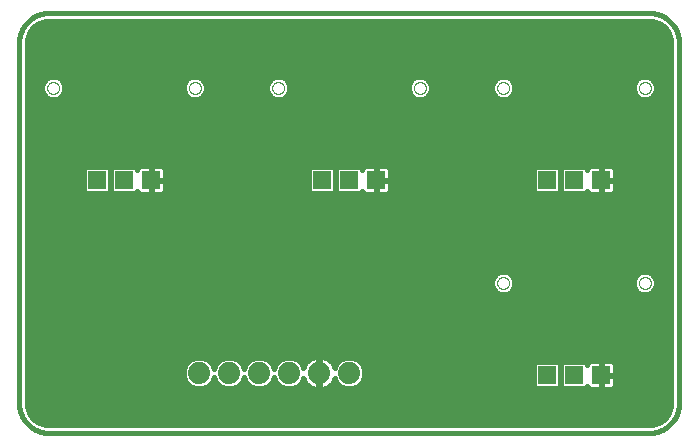
<source format=gbl>
G75*
%MOIN*%
%OFA0B0*%
%FSLAX25Y25*%
%IPPOS*%
%LPD*%
%AMOC8*
5,1,8,0,0,1.08239X$1,22.5*
%
%ADD10C,0.01600*%
%ADD11C,0.07400*%
%ADD12R,0.05937X0.05937*%
%ADD13C,0.00000*%
D10*
X0046567Y0041567D02*
X0045207Y0043440D01*
X0044491Y0045642D01*
X0044400Y0046800D01*
X0044400Y0047317D01*
X0044400Y0166800D01*
X0044491Y0167958D01*
X0045207Y0170160D01*
X0046567Y0172033D01*
X0048440Y0173393D01*
X0050642Y0174109D01*
X0051800Y0174200D01*
X0251800Y0174200D01*
X0252958Y0174109D01*
X0255160Y0173393D01*
X0257033Y0172033D01*
X0258393Y0170160D01*
X0259109Y0167958D01*
X0259200Y0166800D01*
X0259200Y0046800D01*
X0259109Y0045642D01*
X0258393Y0043440D01*
X0257033Y0041567D01*
X0255160Y0040207D01*
X0252958Y0039491D01*
X0251800Y0039400D01*
X0051800Y0039400D01*
X0050642Y0039491D01*
X0048440Y0040207D01*
X0046567Y0041567D01*
X0046547Y0041596D02*
X0257053Y0041596D01*
X0258214Y0043194D02*
X0045386Y0043194D01*
X0044767Y0044793D02*
X0258833Y0044793D01*
X0259168Y0046391D02*
X0044432Y0046391D01*
X0044400Y0047990D02*
X0259200Y0047990D01*
X0259200Y0049588D02*
X0044400Y0049588D01*
X0044400Y0051187D02*
X0259200Y0051187D01*
X0259200Y0052785D02*
X0240597Y0052785D01*
X0240624Y0052886D02*
X0240624Y0055907D01*
X0236039Y0055907D01*
X0236039Y0051323D01*
X0239061Y0051323D01*
X0239518Y0051445D01*
X0239929Y0051682D01*
X0240264Y0052018D01*
X0240501Y0052428D01*
X0240624Y0052886D01*
X0240624Y0054384D02*
X0259200Y0054384D01*
X0259200Y0055982D02*
X0236039Y0055982D01*
X0236039Y0055907D02*
X0236039Y0056276D01*
X0235671Y0056276D01*
X0235671Y0060860D01*
X0232650Y0060860D01*
X0232192Y0060737D01*
X0231781Y0060500D01*
X0231446Y0060165D01*
X0231209Y0059755D01*
X0231168Y0059602D01*
X0231168Y0059640D01*
X0230348Y0060460D01*
X0223252Y0060460D01*
X0222431Y0059640D01*
X0222431Y0052543D01*
X0223252Y0051723D01*
X0230348Y0051723D01*
X0231168Y0052543D01*
X0231168Y0052580D01*
X0231209Y0052428D01*
X0231446Y0052018D01*
X0231781Y0051682D01*
X0232192Y0051445D01*
X0232650Y0051323D01*
X0235671Y0051323D01*
X0235671Y0055907D01*
X0236039Y0055907D01*
X0236039Y0056276D02*
X0240624Y0056276D01*
X0240624Y0059297D01*
X0240501Y0059755D01*
X0240264Y0060165D01*
X0239929Y0060500D01*
X0239518Y0060737D01*
X0239061Y0060860D01*
X0236039Y0060860D01*
X0236039Y0056276D01*
X0236039Y0057581D02*
X0235671Y0057581D01*
X0235671Y0059179D02*
X0236039Y0059179D01*
X0236039Y0060778D02*
X0235671Y0060778D01*
X0232343Y0060778D02*
X0155035Y0060778D01*
X0154689Y0061124D02*
X0152814Y0061900D01*
X0150786Y0061900D01*
X0148911Y0061124D01*
X0147476Y0059689D01*
X0147010Y0058563D01*
X0146897Y0058911D01*
X0146504Y0059683D01*
X0145995Y0060383D01*
X0145383Y0060995D01*
X0144683Y0061504D01*
X0143911Y0061897D01*
X0143088Y0062165D01*
X0142233Y0062300D01*
X0142000Y0062300D01*
X0142000Y0057000D01*
X0141600Y0057000D01*
X0141600Y0062300D01*
X0141367Y0062300D01*
X0140512Y0062165D01*
X0139689Y0061897D01*
X0138917Y0061504D01*
X0138217Y0060995D01*
X0137605Y0060383D01*
X0137096Y0059683D01*
X0136703Y0058911D01*
X0136590Y0058563D01*
X0136124Y0059689D01*
X0134689Y0061124D01*
X0132814Y0061900D01*
X0130786Y0061900D01*
X0128911Y0061124D01*
X0127476Y0059689D01*
X0126800Y0058056D01*
X0126124Y0059689D01*
X0124689Y0061124D01*
X0122814Y0061900D01*
X0120786Y0061900D01*
X0118911Y0061124D01*
X0117476Y0059689D01*
X0116800Y0058056D01*
X0116124Y0059689D01*
X0114689Y0061124D01*
X0112814Y0061900D01*
X0110786Y0061900D01*
X0108911Y0061124D01*
X0107476Y0059689D01*
X0106800Y0058056D01*
X0106124Y0059689D01*
X0104689Y0061124D01*
X0102814Y0061900D01*
X0100786Y0061900D01*
X0098911Y0061124D01*
X0097476Y0059689D01*
X0096700Y0057814D01*
X0096700Y0055786D01*
X0097476Y0053911D01*
X0098911Y0052476D01*
X0100786Y0051700D01*
X0102814Y0051700D01*
X0104689Y0052476D01*
X0106124Y0053911D01*
X0106800Y0055544D01*
X0107476Y0053911D01*
X0108911Y0052476D01*
X0110786Y0051700D01*
X0112814Y0051700D01*
X0114689Y0052476D01*
X0116124Y0053911D01*
X0116800Y0055544D01*
X0117476Y0053911D01*
X0118911Y0052476D01*
X0120786Y0051700D01*
X0122814Y0051700D01*
X0124689Y0052476D01*
X0126124Y0053911D01*
X0126800Y0055544D01*
X0127476Y0053911D01*
X0128911Y0052476D01*
X0130786Y0051700D01*
X0132814Y0051700D01*
X0134689Y0052476D01*
X0136124Y0053911D01*
X0136590Y0055037D01*
X0136703Y0054689D01*
X0137096Y0053917D01*
X0137605Y0053217D01*
X0138217Y0052605D01*
X0138917Y0052096D01*
X0139689Y0051703D01*
X0140512Y0051435D01*
X0141367Y0051300D01*
X0141600Y0051300D01*
X0141600Y0056600D01*
X0142000Y0056600D01*
X0142000Y0051300D01*
X0142233Y0051300D01*
X0143088Y0051435D01*
X0143911Y0051703D01*
X0144683Y0052096D01*
X0145383Y0052605D01*
X0145995Y0053217D01*
X0146504Y0053917D01*
X0146897Y0054689D01*
X0147010Y0055037D01*
X0147476Y0053911D01*
X0148911Y0052476D01*
X0150786Y0051700D01*
X0152814Y0051700D01*
X0154689Y0052476D01*
X0156124Y0053911D01*
X0156900Y0055786D01*
X0156900Y0057814D01*
X0156124Y0059689D01*
X0154689Y0061124D01*
X0156335Y0059179D02*
X0213376Y0059179D01*
X0213376Y0059640D02*
X0213376Y0052543D01*
X0214196Y0051723D01*
X0221293Y0051723D01*
X0222113Y0052543D01*
X0222113Y0059640D01*
X0221293Y0060460D01*
X0214196Y0060460D01*
X0213376Y0059640D01*
X0213376Y0057581D02*
X0156900Y0057581D01*
X0156900Y0055982D02*
X0213376Y0055982D01*
X0213376Y0054384D02*
X0156319Y0054384D01*
X0154998Y0052785D02*
X0213376Y0052785D01*
X0222113Y0052785D02*
X0222431Y0052785D01*
X0222431Y0054384D02*
X0222113Y0054384D01*
X0222113Y0055982D02*
X0222431Y0055982D01*
X0222431Y0057581D02*
X0222113Y0057581D01*
X0222113Y0059179D02*
X0222431Y0059179D01*
X0235671Y0054384D02*
X0236039Y0054384D01*
X0236039Y0052785D02*
X0235671Y0052785D01*
X0240624Y0057581D02*
X0259200Y0057581D01*
X0259200Y0059179D02*
X0240624Y0059179D01*
X0239367Y0060778D02*
X0259200Y0060778D01*
X0259200Y0062376D02*
X0044400Y0062376D01*
X0044400Y0060778D02*
X0098565Y0060778D01*
X0097265Y0059179D02*
X0044400Y0059179D01*
X0044400Y0057581D02*
X0096700Y0057581D01*
X0096700Y0055982D02*
X0044400Y0055982D01*
X0044400Y0054384D02*
X0097281Y0054384D01*
X0098602Y0052785D02*
X0044400Y0052785D01*
X0041800Y0046800D02*
X0041800Y0166800D01*
X0044400Y0166279D02*
X0259200Y0166279D01*
X0259200Y0164681D02*
X0044400Y0164681D01*
X0044400Y0163082D02*
X0259200Y0163082D01*
X0259200Y0161484D02*
X0044400Y0161484D01*
X0044400Y0159885D02*
X0259200Y0159885D01*
X0259200Y0158287D02*
X0044400Y0158287D01*
X0044400Y0156688D02*
X0259200Y0156688D01*
X0259200Y0155090D02*
X0252327Y0155090D01*
X0252557Y0154995D02*
X0251172Y0155568D01*
X0249672Y0155568D01*
X0248287Y0154995D01*
X0247227Y0153935D01*
X0246654Y0152550D01*
X0246654Y0151050D01*
X0247227Y0149665D01*
X0248287Y0148605D01*
X0249672Y0148031D01*
X0251172Y0148031D01*
X0252557Y0148605D01*
X0253617Y0149665D01*
X0254191Y0151050D01*
X0254191Y0152550D01*
X0253617Y0153935D01*
X0252557Y0154995D01*
X0253800Y0153491D02*
X0259200Y0153491D01*
X0259200Y0151893D02*
X0254191Y0151893D01*
X0253877Y0150294D02*
X0259200Y0150294D01*
X0259200Y0148696D02*
X0252647Y0148696D01*
X0248197Y0148696D02*
X0205403Y0148696D01*
X0205313Y0148605D02*
X0206373Y0149665D01*
X0206946Y0151050D01*
X0206946Y0152550D01*
X0206373Y0153935D01*
X0205313Y0154995D01*
X0203928Y0155568D01*
X0202428Y0155568D01*
X0201043Y0154995D01*
X0199983Y0153935D01*
X0199409Y0152550D01*
X0199409Y0151050D01*
X0199983Y0149665D01*
X0201043Y0148605D01*
X0202428Y0148031D01*
X0203928Y0148031D01*
X0205313Y0148605D01*
X0206633Y0150294D02*
X0246967Y0150294D01*
X0246654Y0151893D02*
X0206946Y0151893D01*
X0206556Y0153491D02*
X0247044Y0153491D01*
X0248517Y0155090D02*
X0205083Y0155090D01*
X0201273Y0155090D02*
X0177327Y0155090D01*
X0177557Y0154995D02*
X0176172Y0155568D01*
X0174672Y0155568D01*
X0173287Y0154995D01*
X0172227Y0153935D01*
X0171654Y0152550D01*
X0171654Y0151050D01*
X0172227Y0149665D01*
X0173287Y0148605D01*
X0174672Y0148031D01*
X0176172Y0148031D01*
X0177557Y0148605D01*
X0178617Y0149665D01*
X0179191Y0151050D01*
X0179191Y0152550D01*
X0178617Y0153935D01*
X0177557Y0154995D01*
X0178800Y0153491D02*
X0199800Y0153491D01*
X0199409Y0151893D02*
X0179191Y0151893D01*
X0178877Y0150294D02*
X0199723Y0150294D01*
X0200953Y0148696D02*
X0177647Y0148696D01*
X0173197Y0148696D02*
X0130403Y0148696D01*
X0130313Y0148605D02*
X0131373Y0149665D01*
X0131946Y0151050D01*
X0131946Y0152550D01*
X0131373Y0153935D01*
X0130313Y0154995D01*
X0128928Y0155568D01*
X0127428Y0155568D01*
X0126043Y0154995D01*
X0124983Y0153935D01*
X0124409Y0152550D01*
X0124409Y0151050D01*
X0124983Y0149665D01*
X0126043Y0148605D01*
X0127428Y0148031D01*
X0128928Y0148031D01*
X0130313Y0148605D01*
X0131633Y0150294D02*
X0171967Y0150294D01*
X0171654Y0151893D02*
X0131946Y0151893D01*
X0131556Y0153491D02*
X0172044Y0153491D01*
X0173517Y0155090D02*
X0130083Y0155090D01*
X0126273Y0155090D02*
X0102327Y0155090D01*
X0102557Y0154995D02*
X0101172Y0155568D01*
X0099672Y0155568D01*
X0098287Y0154995D01*
X0097227Y0153935D01*
X0096654Y0152550D01*
X0096654Y0151050D01*
X0097227Y0149665D01*
X0098287Y0148605D01*
X0099672Y0148031D01*
X0101172Y0148031D01*
X0102557Y0148605D01*
X0103617Y0149665D01*
X0104191Y0151050D01*
X0104191Y0152550D01*
X0103617Y0153935D01*
X0102557Y0154995D01*
X0103800Y0153491D02*
X0124800Y0153491D01*
X0124409Y0151893D02*
X0104191Y0151893D01*
X0103877Y0150294D02*
X0124723Y0150294D01*
X0125953Y0148696D02*
X0102647Y0148696D01*
X0098197Y0148696D02*
X0055403Y0148696D01*
X0055313Y0148605D02*
X0056373Y0149665D01*
X0056946Y0151050D01*
X0056946Y0152550D01*
X0056373Y0153935D01*
X0055313Y0154995D01*
X0053928Y0155568D01*
X0052428Y0155568D01*
X0051043Y0154995D01*
X0049983Y0153935D01*
X0049409Y0152550D01*
X0049409Y0151050D01*
X0049983Y0149665D01*
X0051043Y0148605D01*
X0052428Y0148031D01*
X0053928Y0148031D01*
X0055313Y0148605D01*
X0056633Y0150294D02*
X0096967Y0150294D01*
X0096654Y0151893D02*
X0056946Y0151893D01*
X0056556Y0153491D02*
X0097044Y0153491D01*
X0098517Y0155090D02*
X0055083Y0155090D01*
X0051273Y0155090D02*
X0044400Y0155090D01*
X0044400Y0153491D02*
X0049800Y0153491D01*
X0049409Y0151893D02*
X0044400Y0151893D01*
X0044400Y0150294D02*
X0049723Y0150294D01*
X0050953Y0148696D02*
X0044400Y0148696D01*
X0044400Y0147097D02*
X0259200Y0147097D01*
X0259200Y0145499D02*
X0044400Y0145499D01*
X0044400Y0143900D02*
X0259200Y0143900D01*
X0259200Y0142302D02*
X0044400Y0142302D01*
X0044400Y0140703D02*
X0259200Y0140703D01*
X0259200Y0139105D02*
X0044400Y0139105D01*
X0044400Y0137506D02*
X0259200Y0137506D01*
X0259200Y0135908D02*
X0044400Y0135908D01*
X0044400Y0134309D02*
X0259200Y0134309D01*
X0259200Y0132711D02*
X0044400Y0132711D01*
X0044400Y0131112D02*
X0259200Y0131112D01*
X0259200Y0129514D02*
X0044400Y0129514D01*
X0044400Y0127915D02*
X0259200Y0127915D01*
X0259200Y0126317D02*
X0044400Y0126317D01*
X0044400Y0124718D02*
X0063455Y0124718D01*
X0063376Y0124640D02*
X0063376Y0117543D01*
X0064196Y0116723D01*
X0071293Y0116723D01*
X0072113Y0117543D01*
X0072113Y0124640D01*
X0071293Y0125460D01*
X0064196Y0125460D01*
X0063376Y0124640D01*
X0063376Y0123120D02*
X0044400Y0123120D01*
X0044400Y0121521D02*
X0063376Y0121521D01*
X0063376Y0119923D02*
X0044400Y0119923D01*
X0044400Y0118324D02*
X0063376Y0118324D01*
X0064194Y0116726D02*
X0044400Y0116726D01*
X0044400Y0115127D02*
X0259200Y0115127D01*
X0259200Y0113529D02*
X0044400Y0113529D01*
X0044400Y0111930D02*
X0259200Y0111930D01*
X0259200Y0110332D02*
X0044400Y0110332D01*
X0044400Y0108733D02*
X0259200Y0108733D01*
X0259200Y0107134D02*
X0044400Y0107134D01*
X0044400Y0105536D02*
X0259200Y0105536D01*
X0259200Y0103937D02*
X0044400Y0103937D01*
X0044400Y0102339D02*
X0259200Y0102339D01*
X0259200Y0100740D02*
X0044400Y0100740D01*
X0044400Y0099142D02*
X0259200Y0099142D01*
X0259200Y0097543D02*
X0044400Y0097543D01*
X0044400Y0095945D02*
X0259200Y0095945D01*
X0259200Y0094346D02*
X0044400Y0094346D01*
X0044400Y0092748D02*
X0259200Y0092748D01*
X0259200Y0091149D02*
X0044400Y0091149D01*
X0044400Y0089551D02*
X0200599Y0089551D01*
X0201043Y0089995D02*
X0199983Y0088935D01*
X0199409Y0087550D01*
X0199409Y0086050D01*
X0199983Y0084665D01*
X0201043Y0083605D01*
X0202428Y0083031D01*
X0203928Y0083031D01*
X0205313Y0083605D01*
X0206373Y0084665D01*
X0206946Y0086050D01*
X0206946Y0087550D01*
X0206373Y0088935D01*
X0205313Y0089995D01*
X0203928Y0090568D01*
X0202428Y0090568D01*
X0201043Y0089995D01*
X0199576Y0087952D02*
X0044400Y0087952D01*
X0044400Y0086354D02*
X0199409Y0086354D01*
X0199946Y0084755D02*
X0044400Y0084755D01*
X0044400Y0083157D02*
X0202126Y0083157D01*
X0204230Y0083157D02*
X0249370Y0083157D01*
X0249672Y0083031D02*
X0251172Y0083031D01*
X0252557Y0083605D01*
X0253617Y0084665D01*
X0254191Y0086050D01*
X0254191Y0087550D01*
X0253617Y0088935D01*
X0252557Y0089995D01*
X0251172Y0090568D01*
X0249672Y0090568D01*
X0248287Y0089995D01*
X0247227Y0088935D01*
X0246654Y0087550D01*
X0246654Y0086050D01*
X0247227Y0084665D01*
X0248287Y0083605D01*
X0249672Y0083031D01*
X0251474Y0083157D02*
X0259200Y0083157D01*
X0259200Y0084755D02*
X0253654Y0084755D01*
X0254191Y0086354D02*
X0259200Y0086354D01*
X0259200Y0087952D02*
X0254024Y0087952D01*
X0253001Y0089551D02*
X0259200Y0089551D01*
X0259200Y0081558D02*
X0044400Y0081558D01*
X0044400Y0079960D02*
X0259200Y0079960D01*
X0259200Y0078361D02*
X0044400Y0078361D01*
X0044400Y0076763D02*
X0259200Y0076763D01*
X0259200Y0075164D02*
X0044400Y0075164D01*
X0044400Y0073566D02*
X0259200Y0073566D01*
X0259200Y0071967D02*
X0044400Y0071967D01*
X0044400Y0070369D02*
X0259200Y0070369D01*
X0259200Y0068770D02*
X0044400Y0068770D01*
X0044400Y0067172D02*
X0259200Y0067172D01*
X0259200Y0065573D02*
X0044400Y0065573D01*
X0044400Y0063975D02*
X0259200Y0063975D01*
X0261800Y0046800D02*
X0261800Y0166800D01*
X0259115Y0167878D02*
X0044485Y0167878D01*
X0044985Y0169476D02*
X0258615Y0169476D01*
X0257728Y0171075D02*
X0045872Y0171075D01*
X0047449Y0172673D02*
X0256150Y0172673D01*
X0251800Y0176800D02*
X0051800Y0176800D01*
X0051558Y0176797D01*
X0051317Y0176788D01*
X0051076Y0176774D01*
X0050835Y0176753D01*
X0050595Y0176727D01*
X0050355Y0176695D01*
X0050116Y0176657D01*
X0049879Y0176614D01*
X0049642Y0176564D01*
X0049407Y0176509D01*
X0049173Y0176449D01*
X0048941Y0176382D01*
X0048710Y0176311D01*
X0048481Y0176233D01*
X0048254Y0176150D01*
X0048029Y0176062D01*
X0047806Y0175968D01*
X0047586Y0175869D01*
X0047368Y0175764D01*
X0047153Y0175655D01*
X0046940Y0175540D01*
X0046730Y0175420D01*
X0046524Y0175295D01*
X0046320Y0175165D01*
X0046119Y0175030D01*
X0045922Y0174890D01*
X0045728Y0174746D01*
X0045538Y0174597D01*
X0045352Y0174443D01*
X0045169Y0174285D01*
X0044990Y0174123D01*
X0044815Y0173956D01*
X0044644Y0173785D01*
X0044477Y0173610D01*
X0044315Y0173431D01*
X0044157Y0173248D01*
X0044003Y0173062D01*
X0043854Y0172872D01*
X0043710Y0172678D01*
X0043570Y0172481D01*
X0043435Y0172280D01*
X0043305Y0172076D01*
X0043180Y0171870D01*
X0043060Y0171660D01*
X0042945Y0171447D01*
X0042836Y0171232D01*
X0042731Y0171014D01*
X0042632Y0170794D01*
X0042538Y0170571D01*
X0042450Y0170346D01*
X0042367Y0170119D01*
X0042289Y0169890D01*
X0042218Y0169659D01*
X0042151Y0169427D01*
X0042091Y0169193D01*
X0042036Y0168958D01*
X0041986Y0168721D01*
X0041943Y0168484D01*
X0041905Y0168245D01*
X0041873Y0168005D01*
X0041847Y0167765D01*
X0041826Y0167524D01*
X0041812Y0167283D01*
X0041803Y0167042D01*
X0041800Y0166800D01*
X0073252Y0125460D02*
X0072431Y0124640D01*
X0072431Y0117543D01*
X0073252Y0116723D01*
X0080348Y0116723D01*
X0081168Y0117543D01*
X0081168Y0117580D01*
X0081209Y0117428D01*
X0081446Y0117018D01*
X0081781Y0116682D01*
X0082192Y0116445D01*
X0082650Y0116323D01*
X0085671Y0116323D01*
X0085671Y0120907D01*
X0086039Y0120907D01*
X0086039Y0116323D01*
X0089061Y0116323D01*
X0089518Y0116445D01*
X0089929Y0116682D01*
X0090264Y0117018D01*
X0090501Y0117428D01*
X0090624Y0117886D01*
X0090624Y0120907D01*
X0086039Y0120907D01*
X0086039Y0121276D01*
X0085671Y0121276D01*
X0085671Y0125860D01*
X0082650Y0125860D01*
X0082192Y0125737D01*
X0081781Y0125500D01*
X0081446Y0125165D01*
X0081209Y0124755D01*
X0081168Y0124602D01*
X0081168Y0124640D01*
X0080348Y0125460D01*
X0073252Y0125460D01*
X0072510Y0124718D02*
X0072035Y0124718D01*
X0072113Y0123120D02*
X0072431Y0123120D01*
X0072431Y0121521D02*
X0072113Y0121521D01*
X0072113Y0119923D02*
X0072431Y0119923D01*
X0072431Y0118324D02*
X0072113Y0118324D01*
X0071296Y0116726D02*
X0073249Y0116726D01*
X0080351Y0116726D02*
X0081738Y0116726D01*
X0085671Y0116726D02*
X0086039Y0116726D01*
X0086039Y0118324D02*
X0085671Y0118324D01*
X0085671Y0119923D02*
X0086039Y0119923D01*
X0086039Y0121276D02*
X0090624Y0121276D01*
X0090624Y0124297D01*
X0090501Y0124755D01*
X0090264Y0125165D01*
X0089929Y0125500D01*
X0089518Y0125737D01*
X0089061Y0125860D01*
X0086039Y0125860D01*
X0086039Y0121276D01*
X0086039Y0121521D02*
X0085671Y0121521D01*
X0085671Y0123120D02*
X0086039Y0123120D01*
X0086039Y0124718D02*
X0085671Y0124718D01*
X0081200Y0124718D02*
X0081090Y0124718D01*
X0090511Y0124718D02*
X0138455Y0124718D01*
X0138376Y0124640D02*
X0138376Y0117543D01*
X0139196Y0116723D01*
X0146293Y0116723D01*
X0147113Y0117543D01*
X0147113Y0124640D01*
X0146293Y0125460D01*
X0139196Y0125460D01*
X0138376Y0124640D01*
X0138376Y0123120D02*
X0090624Y0123120D01*
X0090624Y0121521D02*
X0138376Y0121521D01*
X0138376Y0119923D02*
X0090624Y0119923D01*
X0090624Y0118324D02*
X0138376Y0118324D01*
X0139194Y0116726D02*
X0089972Y0116726D01*
X0146296Y0116726D02*
X0148249Y0116726D01*
X0148252Y0116723D02*
X0155348Y0116723D01*
X0156168Y0117543D01*
X0156168Y0117580D01*
X0156209Y0117428D01*
X0156446Y0117018D01*
X0156781Y0116682D01*
X0157192Y0116445D01*
X0157650Y0116323D01*
X0160671Y0116323D01*
X0160671Y0120907D01*
X0161039Y0120907D01*
X0161039Y0116323D01*
X0164061Y0116323D01*
X0164518Y0116445D01*
X0164929Y0116682D01*
X0165264Y0117018D01*
X0165501Y0117428D01*
X0165624Y0117886D01*
X0165624Y0120907D01*
X0161039Y0120907D01*
X0161039Y0121276D01*
X0160671Y0121276D01*
X0160671Y0125860D01*
X0157650Y0125860D01*
X0157192Y0125737D01*
X0156781Y0125500D01*
X0156446Y0125165D01*
X0156209Y0124755D01*
X0156168Y0124602D01*
X0156168Y0124640D01*
X0155348Y0125460D01*
X0148252Y0125460D01*
X0147431Y0124640D01*
X0147431Y0117543D01*
X0148252Y0116723D01*
X0147431Y0118324D02*
X0147113Y0118324D01*
X0147113Y0119923D02*
X0147431Y0119923D01*
X0147431Y0121521D02*
X0147113Y0121521D01*
X0147113Y0123120D02*
X0147431Y0123120D01*
X0147510Y0124718D02*
X0147035Y0124718D01*
X0156090Y0124718D02*
X0156200Y0124718D01*
X0160671Y0124718D02*
X0161039Y0124718D01*
X0161039Y0125860D02*
X0161039Y0121276D01*
X0165624Y0121276D01*
X0165624Y0124297D01*
X0165501Y0124755D01*
X0165264Y0125165D01*
X0164929Y0125500D01*
X0164518Y0125737D01*
X0164061Y0125860D01*
X0161039Y0125860D01*
X0161039Y0123120D02*
X0160671Y0123120D01*
X0160671Y0121521D02*
X0161039Y0121521D01*
X0161039Y0119923D02*
X0160671Y0119923D01*
X0160671Y0118324D02*
X0161039Y0118324D01*
X0161039Y0116726D02*
X0160671Y0116726D01*
X0156738Y0116726D02*
X0155351Y0116726D01*
X0164972Y0116726D02*
X0214194Y0116726D01*
X0214196Y0116723D02*
X0221293Y0116723D01*
X0222113Y0117543D01*
X0222113Y0124640D01*
X0221293Y0125460D01*
X0214196Y0125460D01*
X0213376Y0124640D01*
X0213376Y0117543D01*
X0214196Y0116723D01*
X0213376Y0118324D02*
X0165624Y0118324D01*
X0165624Y0119923D02*
X0213376Y0119923D01*
X0213376Y0121521D02*
X0165624Y0121521D01*
X0165624Y0123120D02*
X0213376Y0123120D01*
X0213455Y0124718D02*
X0165511Y0124718D01*
X0205757Y0089551D02*
X0247843Y0089551D01*
X0246820Y0087952D02*
X0206780Y0087952D01*
X0206946Y0086354D02*
X0246654Y0086354D01*
X0247190Y0084755D02*
X0206410Y0084755D01*
X0221296Y0116726D02*
X0223249Y0116726D01*
X0223252Y0116723D02*
X0230348Y0116723D01*
X0231168Y0117543D01*
X0231168Y0117580D01*
X0231209Y0117428D01*
X0231446Y0117018D01*
X0231781Y0116682D01*
X0232192Y0116445D01*
X0232650Y0116323D01*
X0235671Y0116323D01*
X0235671Y0120907D01*
X0236039Y0120907D01*
X0236039Y0116323D01*
X0239061Y0116323D01*
X0239518Y0116445D01*
X0239929Y0116682D01*
X0240264Y0117018D01*
X0240501Y0117428D01*
X0240624Y0117886D01*
X0240624Y0120907D01*
X0236039Y0120907D01*
X0236039Y0121276D01*
X0235671Y0121276D01*
X0235671Y0125860D01*
X0232650Y0125860D01*
X0232192Y0125737D01*
X0231781Y0125500D01*
X0231446Y0125165D01*
X0231209Y0124755D01*
X0231168Y0124602D01*
X0231168Y0124640D01*
X0230348Y0125460D01*
X0223252Y0125460D01*
X0222431Y0124640D01*
X0222431Y0117543D01*
X0223252Y0116723D01*
X0222431Y0118324D02*
X0222113Y0118324D01*
X0222113Y0119923D02*
X0222431Y0119923D01*
X0222431Y0121521D02*
X0222113Y0121521D01*
X0222113Y0123120D02*
X0222431Y0123120D01*
X0222510Y0124718D02*
X0222035Y0124718D01*
X0231090Y0124718D02*
X0231200Y0124718D01*
X0235671Y0124718D02*
X0236039Y0124718D01*
X0236039Y0125860D02*
X0236039Y0121276D01*
X0240624Y0121276D01*
X0240624Y0124297D01*
X0240501Y0124755D01*
X0240264Y0125165D01*
X0239929Y0125500D01*
X0239518Y0125737D01*
X0239061Y0125860D01*
X0236039Y0125860D01*
X0236039Y0123120D02*
X0235671Y0123120D01*
X0235671Y0121521D02*
X0236039Y0121521D01*
X0236039Y0119923D02*
X0235671Y0119923D01*
X0235671Y0118324D02*
X0236039Y0118324D01*
X0236039Y0116726D02*
X0235671Y0116726D01*
X0231738Y0116726D02*
X0230351Y0116726D01*
X0239972Y0116726D02*
X0259200Y0116726D01*
X0259200Y0118324D02*
X0240624Y0118324D01*
X0240624Y0119923D02*
X0259200Y0119923D01*
X0259200Y0121521D02*
X0240624Y0121521D01*
X0240624Y0123120D02*
X0259200Y0123120D01*
X0259200Y0124718D02*
X0240511Y0124718D01*
X0261800Y0166800D02*
X0261797Y0167042D01*
X0261788Y0167283D01*
X0261774Y0167524D01*
X0261753Y0167765D01*
X0261727Y0168005D01*
X0261695Y0168245D01*
X0261657Y0168484D01*
X0261614Y0168721D01*
X0261564Y0168958D01*
X0261509Y0169193D01*
X0261449Y0169427D01*
X0261382Y0169659D01*
X0261311Y0169890D01*
X0261233Y0170119D01*
X0261150Y0170346D01*
X0261062Y0170571D01*
X0260968Y0170794D01*
X0260869Y0171014D01*
X0260764Y0171232D01*
X0260655Y0171447D01*
X0260540Y0171660D01*
X0260420Y0171870D01*
X0260295Y0172076D01*
X0260165Y0172280D01*
X0260030Y0172481D01*
X0259890Y0172678D01*
X0259746Y0172872D01*
X0259597Y0173062D01*
X0259443Y0173248D01*
X0259285Y0173431D01*
X0259123Y0173610D01*
X0258956Y0173785D01*
X0258785Y0173956D01*
X0258610Y0174123D01*
X0258431Y0174285D01*
X0258248Y0174443D01*
X0258062Y0174597D01*
X0257872Y0174746D01*
X0257678Y0174890D01*
X0257481Y0175030D01*
X0257280Y0175165D01*
X0257076Y0175295D01*
X0256870Y0175420D01*
X0256660Y0175540D01*
X0256447Y0175655D01*
X0256232Y0175764D01*
X0256014Y0175869D01*
X0255794Y0175968D01*
X0255571Y0176062D01*
X0255346Y0176150D01*
X0255119Y0176233D01*
X0254890Y0176311D01*
X0254659Y0176382D01*
X0254427Y0176449D01*
X0254193Y0176509D01*
X0253958Y0176564D01*
X0253721Y0176614D01*
X0253484Y0176657D01*
X0253245Y0176695D01*
X0253005Y0176727D01*
X0252765Y0176753D01*
X0252524Y0176774D01*
X0252283Y0176788D01*
X0252042Y0176797D01*
X0251800Y0176800D01*
X0148565Y0060778D02*
X0145600Y0060778D01*
X0146761Y0059179D02*
X0147265Y0059179D01*
X0147281Y0054384D02*
X0146742Y0054384D01*
X0145563Y0052785D02*
X0148602Y0052785D01*
X0142000Y0052785D02*
X0141600Y0052785D01*
X0141600Y0054384D02*
X0142000Y0054384D01*
X0142000Y0055982D02*
X0141600Y0055982D01*
X0141600Y0057581D02*
X0142000Y0057581D01*
X0142000Y0059179D02*
X0141600Y0059179D01*
X0141600Y0060778D02*
X0142000Y0060778D01*
X0138000Y0060778D02*
X0135035Y0060778D01*
X0136335Y0059179D02*
X0136839Y0059179D01*
X0136858Y0054384D02*
X0136319Y0054384D01*
X0134998Y0052785D02*
X0138037Y0052785D01*
X0128602Y0052785D02*
X0124998Y0052785D01*
X0126319Y0054384D02*
X0127281Y0054384D01*
X0127265Y0059179D02*
X0126335Y0059179D01*
X0125035Y0060778D02*
X0128565Y0060778D01*
X0118565Y0060778D02*
X0115035Y0060778D01*
X0116335Y0059179D02*
X0117265Y0059179D01*
X0117281Y0054384D02*
X0116319Y0054384D01*
X0114998Y0052785D02*
X0118602Y0052785D01*
X0108602Y0052785D02*
X0104998Y0052785D01*
X0106319Y0054384D02*
X0107281Y0054384D01*
X0107265Y0059179D02*
X0106335Y0059179D01*
X0105035Y0060778D02*
X0108565Y0060778D01*
X0051800Y0036800D02*
X0051558Y0036803D01*
X0051317Y0036812D01*
X0051076Y0036826D01*
X0050835Y0036847D01*
X0050595Y0036873D01*
X0050355Y0036905D01*
X0050116Y0036943D01*
X0049879Y0036986D01*
X0049642Y0037036D01*
X0049407Y0037091D01*
X0049173Y0037151D01*
X0048941Y0037218D01*
X0048710Y0037289D01*
X0048481Y0037367D01*
X0048254Y0037450D01*
X0048029Y0037538D01*
X0047806Y0037632D01*
X0047586Y0037731D01*
X0047368Y0037836D01*
X0047153Y0037945D01*
X0046940Y0038060D01*
X0046730Y0038180D01*
X0046524Y0038305D01*
X0046320Y0038435D01*
X0046119Y0038570D01*
X0045922Y0038710D01*
X0045728Y0038854D01*
X0045538Y0039003D01*
X0045352Y0039157D01*
X0045169Y0039315D01*
X0044990Y0039477D01*
X0044815Y0039644D01*
X0044644Y0039815D01*
X0044477Y0039990D01*
X0044315Y0040169D01*
X0044157Y0040352D01*
X0044003Y0040538D01*
X0043854Y0040728D01*
X0043710Y0040922D01*
X0043570Y0041119D01*
X0043435Y0041320D01*
X0043305Y0041524D01*
X0043180Y0041730D01*
X0043060Y0041940D01*
X0042945Y0042153D01*
X0042836Y0042368D01*
X0042731Y0042586D01*
X0042632Y0042806D01*
X0042538Y0043029D01*
X0042450Y0043254D01*
X0042367Y0043481D01*
X0042289Y0043710D01*
X0042218Y0043941D01*
X0042151Y0044173D01*
X0042091Y0044407D01*
X0042036Y0044642D01*
X0041986Y0044879D01*
X0041943Y0045116D01*
X0041905Y0045355D01*
X0041873Y0045595D01*
X0041847Y0045835D01*
X0041826Y0046076D01*
X0041812Y0046317D01*
X0041803Y0046558D01*
X0041800Y0046800D01*
X0049085Y0039997D02*
X0254515Y0039997D01*
X0251800Y0036800D02*
X0051800Y0036800D01*
X0251800Y0036800D02*
X0252042Y0036803D01*
X0252283Y0036812D01*
X0252524Y0036826D01*
X0252765Y0036847D01*
X0253005Y0036873D01*
X0253245Y0036905D01*
X0253484Y0036943D01*
X0253721Y0036986D01*
X0253958Y0037036D01*
X0254193Y0037091D01*
X0254427Y0037151D01*
X0254659Y0037218D01*
X0254890Y0037289D01*
X0255119Y0037367D01*
X0255346Y0037450D01*
X0255571Y0037538D01*
X0255794Y0037632D01*
X0256014Y0037731D01*
X0256232Y0037836D01*
X0256447Y0037945D01*
X0256660Y0038060D01*
X0256870Y0038180D01*
X0257076Y0038305D01*
X0257280Y0038435D01*
X0257481Y0038570D01*
X0257678Y0038710D01*
X0257872Y0038854D01*
X0258062Y0039003D01*
X0258248Y0039157D01*
X0258431Y0039315D01*
X0258610Y0039477D01*
X0258785Y0039644D01*
X0258956Y0039815D01*
X0259123Y0039990D01*
X0259285Y0040169D01*
X0259443Y0040352D01*
X0259597Y0040538D01*
X0259746Y0040728D01*
X0259890Y0040922D01*
X0260030Y0041119D01*
X0260165Y0041320D01*
X0260295Y0041524D01*
X0260420Y0041730D01*
X0260540Y0041940D01*
X0260655Y0042153D01*
X0260764Y0042368D01*
X0260869Y0042586D01*
X0260968Y0042806D01*
X0261062Y0043029D01*
X0261150Y0043254D01*
X0261233Y0043481D01*
X0261311Y0043710D01*
X0261382Y0043941D01*
X0261449Y0044173D01*
X0261509Y0044407D01*
X0261564Y0044642D01*
X0261614Y0044879D01*
X0261657Y0045116D01*
X0261695Y0045355D01*
X0261727Y0045595D01*
X0261753Y0045835D01*
X0261774Y0046076D01*
X0261788Y0046317D01*
X0261797Y0046558D01*
X0261800Y0046800D01*
D11*
X0151800Y0056800D03*
X0141800Y0056800D03*
X0131800Y0056800D03*
X0121800Y0056800D03*
X0111800Y0056800D03*
X0101800Y0056800D03*
D12*
X0085855Y0121091D03*
X0076800Y0121091D03*
X0067745Y0121091D03*
X0142745Y0121091D03*
X0151800Y0121091D03*
X0160855Y0121091D03*
X0217745Y0121091D03*
X0226800Y0121091D03*
X0235855Y0121091D03*
X0235855Y0056091D03*
X0226800Y0056091D03*
X0217745Y0056091D03*
D13*
X0201209Y0086800D02*
X0201211Y0086888D01*
X0201217Y0086976D01*
X0201227Y0087064D01*
X0201241Y0087152D01*
X0201258Y0087238D01*
X0201280Y0087324D01*
X0201305Y0087408D01*
X0201335Y0087492D01*
X0201367Y0087574D01*
X0201404Y0087654D01*
X0201444Y0087733D01*
X0201488Y0087810D01*
X0201535Y0087885D01*
X0201585Y0087957D01*
X0201639Y0088028D01*
X0201695Y0088095D01*
X0201755Y0088161D01*
X0201817Y0088223D01*
X0201883Y0088283D01*
X0201950Y0088339D01*
X0202021Y0088393D01*
X0202093Y0088443D01*
X0202168Y0088490D01*
X0202245Y0088534D01*
X0202324Y0088574D01*
X0202404Y0088611D01*
X0202486Y0088643D01*
X0202570Y0088673D01*
X0202654Y0088698D01*
X0202740Y0088720D01*
X0202826Y0088737D01*
X0202914Y0088751D01*
X0203002Y0088761D01*
X0203090Y0088767D01*
X0203178Y0088769D01*
X0203266Y0088767D01*
X0203354Y0088761D01*
X0203442Y0088751D01*
X0203530Y0088737D01*
X0203616Y0088720D01*
X0203702Y0088698D01*
X0203786Y0088673D01*
X0203870Y0088643D01*
X0203952Y0088611D01*
X0204032Y0088574D01*
X0204111Y0088534D01*
X0204188Y0088490D01*
X0204263Y0088443D01*
X0204335Y0088393D01*
X0204406Y0088339D01*
X0204473Y0088283D01*
X0204539Y0088223D01*
X0204601Y0088161D01*
X0204661Y0088095D01*
X0204717Y0088028D01*
X0204771Y0087957D01*
X0204821Y0087885D01*
X0204868Y0087810D01*
X0204912Y0087733D01*
X0204952Y0087654D01*
X0204989Y0087574D01*
X0205021Y0087492D01*
X0205051Y0087408D01*
X0205076Y0087324D01*
X0205098Y0087238D01*
X0205115Y0087152D01*
X0205129Y0087064D01*
X0205139Y0086976D01*
X0205145Y0086888D01*
X0205147Y0086800D01*
X0205145Y0086712D01*
X0205139Y0086624D01*
X0205129Y0086536D01*
X0205115Y0086448D01*
X0205098Y0086362D01*
X0205076Y0086276D01*
X0205051Y0086192D01*
X0205021Y0086108D01*
X0204989Y0086026D01*
X0204952Y0085946D01*
X0204912Y0085867D01*
X0204868Y0085790D01*
X0204821Y0085715D01*
X0204771Y0085643D01*
X0204717Y0085572D01*
X0204661Y0085505D01*
X0204601Y0085439D01*
X0204539Y0085377D01*
X0204473Y0085317D01*
X0204406Y0085261D01*
X0204335Y0085207D01*
X0204263Y0085157D01*
X0204188Y0085110D01*
X0204111Y0085066D01*
X0204032Y0085026D01*
X0203952Y0084989D01*
X0203870Y0084957D01*
X0203786Y0084927D01*
X0203702Y0084902D01*
X0203616Y0084880D01*
X0203530Y0084863D01*
X0203442Y0084849D01*
X0203354Y0084839D01*
X0203266Y0084833D01*
X0203178Y0084831D01*
X0203090Y0084833D01*
X0203002Y0084839D01*
X0202914Y0084849D01*
X0202826Y0084863D01*
X0202740Y0084880D01*
X0202654Y0084902D01*
X0202570Y0084927D01*
X0202486Y0084957D01*
X0202404Y0084989D01*
X0202324Y0085026D01*
X0202245Y0085066D01*
X0202168Y0085110D01*
X0202093Y0085157D01*
X0202021Y0085207D01*
X0201950Y0085261D01*
X0201883Y0085317D01*
X0201817Y0085377D01*
X0201755Y0085439D01*
X0201695Y0085505D01*
X0201639Y0085572D01*
X0201585Y0085643D01*
X0201535Y0085715D01*
X0201488Y0085790D01*
X0201444Y0085867D01*
X0201404Y0085946D01*
X0201367Y0086026D01*
X0201335Y0086108D01*
X0201305Y0086192D01*
X0201280Y0086276D01*
X0201258Y0086362D01*
X0201241Y0086448D01*
X0201227Y0086536D01*
X0201217Y0086624D01*
X0201211Y0086712D01*
X0201209Y0086800D01*
X0248453Y0086800D02*
X0248455Y0086888D01*
X0248461Y0086976D01*
X0248471Y0087064D01*
X0248485Y0087152D01*
X0248502Y0087238D01*
X0248524Y0087324D01*
X0248549Y0087408D01*
X0248579Y0087492D01*
X0248611Y0087574D01*
X0248648Y0087654D01*
X0248688Y0087733D01*
X0248732Y0087810D01*
X0248779Y0087885D01*
X0248829Y0087957D01*
X0248883Y0088028D01*
X0248939Y0088095D01*
X0248999Y0088161D01*
X0249061Y0088223D01*
X0249127Y0088283D01*
X0249194Y0088339D01*
X0249265Y0088393D01*
X0249337Y0088443D01*
X0249412Y0088490D01*
X0249489Y0088534D01*
X0249568Y0088574D01*
X0249648Y0088611D01*
X0249730Y0088643D01*
X0249814Y0088673D01*
X0249898Y0088698D01*
X0249984Y0088720D01*
X0250070Y0088737D01*
X0250158Y0088751D01*
X0250246Y0088761D01*
X0250334Y0088767D01*
X0250422Y0088769D01*
X0250510Y0088767D01*
X0250598Y0088761D01*
X0250686Y0088751D01*
X0250774Y0088737D01*
X0250860Y0088720D01*
X0250946Y0088698D01*
X0251030Y0088673D01*
X0251114Y0088643D01*
X0251196Y0088611D01*
X0251276Y0088574D01*
X0251355Y0088534D01*
X0251432Y0088490D01*
X0251507Y0088443D01*
X0251579Y0088393D01*
X0251650Y0088339D01*
X0251717Y0088283D01*
X0251783Y0088223D01*
X0251845Y0088161D01*
X0251905Y0088095D01*
X0251961Y0088028D01*
X0252015Y0087957D01*
X0252065Y0087885D01*
X0252112Y0087810D01*
X0252156Y0087733D01*
X0252196Y0087654D01*
X0252233Y0087574D01*
X0252265Y0087492D01*
X0252295Y0087408D01*
X0252320Y0087324D01*
X0252342Y0087238D01*
X0252359Y0087152D01*
X0252373Y0087064D01*
X0252383Y0086976D01*
X0252389Y0086888D01*
X0252391Y0086800D01*
X0252389Y0086712D01*
X0252383Y0086624D01*
X0252373Y0086536D01*
X0252359Y0086448D01*
X0252342Y0086362D01*
X0252320Y0086276D01*
X0252295Y0086192D01*
X0252265Y0086108D01*
X0252233Y0086026D01*
X0252196Y0085946D01*
X0252156Y0085867D01*
X0252112Y0085790D01*
X0252065Y0085715D01*
X0252015Y0085643D01*
X0251961Y0085572D01*
X0251905Y0085505D01*
X0251845Y0085439D01*
X0251783Y0085377D01*
X0251717Y0085317D01*
X0251650Y0085261D01*
X0251579Y0085207D01*
X0251507Y0085157D01*
X0251432Y0085110D01*
X0251355Y0085066D01*
X0251276Y0085026D01*
X0251196Y0084989D01*
X0251114Y0084957D01*
X0251030Y0084927D01*
X0250946Y0084902D01*
X0250860Y0084880D01*
X0250774Y0084863D01*
X0250686Y0084849D01*
X0250598Y0084839D01*
X0250510Y0084833D01*
X0250422Y0084831D01*
X0250334Y0084833D01*
X0250246Y0084839D01*
X0250158Y0084849D01*
X0250070Y0084863D01*
X0249984Y0084880D01*
X0249898Y0084902D01*
X0249814Y0084927D01*
X0249730Y0084957D01*
X0249648Y0084989D01*
X0249568Y0085026D01*
X0249489Y0085066D01*
X0249412Y0085110D01*
X0249337Y0085157D01*
X0249265Y0085207D01*
X0249194Y0085261D01*
X0249127Y0085317D01*
X0249061Y0085377D01*
X0248999Y0085439D01*
X0248939Y0085505D01*
X0248883Y0085572D01*
X0248829Y0085643D01*
X0248779Y0085715D01*
X0248732Y0085790D01*
X0248688Y0085867D01*
X0248648Y0085946D01*
X0248611Y0086026D01*
X0248579Y0086108D01*
X0248549Y0086192D01*
X0248524Y0086276D01*
X0248502Y0086362D01*
X0248485Y0086448D01*
X0248471Y0086536D01*
X0248461Y0086624D01*
X0248455Y0086712D01*
X0248453Y0086800D01*
X0248453Y0151800D02*
X0248455Y0151888D01*
X0248461Y0151976D01*
X0248471Y0152064D01*
X0248485Y0152152D01*
X0248502Y0152238D01*
X0248524Y0152324D01*
X0248549Y0152408D01*
X0248579Y0152492D01*
X0248611Y0152574D01*
X0248648Y0152654D01*
X0248688Y0152733D01*
X0248732Y0152810D01*
X0248779Y0152885D01*
X0248829Y0152957D01*
X0248883Y0153028D01*
X0248939Y0153095D01*
X0248999Y0153161D01*
X0249061Y0153223D01*
X0249127Y0153283D01*
X0249194Y0153339D01*
X0249265Y0153393D01*
X0249337Y0153443D01*
X0249412Y0153490D01*
X0249489Y0153534D01*
X0249568Y0153574D01*
X0249648Y0153611D01*
X0249730Y0153643D01*
X0249814Y0153673D01*
X0249898Y0153698D01*
X0249984Y0153720D01*
X0250070Y0153737D01*
X0250158Y0153751D01*
X0250246Y0153761D01*
X0250334Y0153767D01*
X0250422Y0153769D01*
X0250510Y0153767D01*
X0250598Y0153761D01*
X0250686Y0153751D01*
X0250774Y0153737D01*
X0250860Y0153720D01*
X0250946Y0153698D01*
X0251030Y0153673D01*
X0251114Y0153643D01*
X0251196Y0153611D01*
X0251276Y0153574D01*
X0251355Y0153534D01*
X0251432Y0153490D01*
X0251507Y0153443D01*
X0251579Y0153393D01*
X0251650Y0153339D01*
X0251717Y0153283D01*
X0251783Y0153223D01*
X0251845Y0153161D01*
X0251905Y0153095D01*
X0251961Y0153028D01*
X0252015Y0152957D01*
X0252065Y0152885D01*
X0252112Y0152810D01*
X0252156Y0152733D01*
X0252196Y0152654D01*
X0252233Y0152574D01*
X0252265Y0152492D01*
X0252295Y0152408D01*
X0252320Y0152324D01*
X0252342Y0152238D01*
X0252359Y0152152D01*
X0252373Y0152064D01*
X0252383Y0151976D01*
X0252389Y0151888D01*
X0252391Y0151800D01*
X0252389Y0151712D01*
X0252383Y0151624D01*
X0252373Y0151536D01*
X0252359Y0151448D01*
X0252342Y0151362D01*
X0252320Y0151276D01*
X0252295Y0151192D01*
X0252265Y0151108D01*
X0252233Y0151026D01*
X0252196Y0150946D01*
X0252156Y0150867D01*
X0252112Y0150790D01*
X0252065Y0150715D01*
X0252015Y0150643D01*
X0251961Y0150572D01*
X0251905Y0150505D01*
X0251845Y0150439D01*
X0251783Y0150377D01*
X0251717Y0150317D01*
X0251650Y0150261D01*
X0251579Y0150207D01*
X0251507Y0150157D01*
X0251432Y0150110D01*
X0251355Y0150066D01*
X0251276Y0150026D01*
X0251196Y0149989D01*
X0251114Y0149957D01*
X0251030Y0149927D01*
X0250946Y0149902D01*
X0250860Y0149880D01*
X0250774Y0149863D01*
X0250686Y0149849D01*
X0250598Y0149839D01*
X0250510Y0149833D01*
X0250422Y0149831D01*
X0250334Y0149833D01*
X0250246Y0149839D01*
X0250158Y0149849D01*
X0250070Y0149863D01*
X0249984Y0149880D01*
X0249898Y0149902D01*
X0249814Y0149927D01*
X0249730Y0149957D01*
X0249648Y0149989D01*
X0249568Y0150026D01*
X0249489Y0150066D01*
X0249412Y0150110D01*
X0249337Y0150157D01*
X0249265Y0150207D01*
X0249194Y0150261D01*
X0249127Y0150317D01*
X0249061Y0150377D01*
X0248999Y0150439D01*
X0248939Y0150505D01*
X0248883Y0150572D01*
X0248829Y0150643D01*
X0248779Y0150715D01*
X0248732Y0150790D01*
X0248688Y0150867D01*
X0248648Y0150946D01*
X0248611Y0151026D01*
X0248579Y0151108D01*
X0248549Y0151192D01*
X0248524Y0151276D01*
X0248502Y0151362D01*
X0248485Y0151448D01*
X0248471Y0151536D01*
X0248461Y0151624D01*
X0248455Y0151712D01*
X0248453Y0151800D01*
X0201209Y0151800D02*
X0201211Y0151888D01*
X0201217Y0151976D01*
X0201227Y0152064D01*
X0201241Y0152152D01*
X0201258Y0152238D01*
X0201280Y0152324D01*
X0201305Y0152408D01*
X0201335Y0152492D01*
X0201367Y0152574D01*
X0201404Y0152654D01*
X0201444Y0152733D01*
X0201488Y0152810D01*
X0201535Y0152885D01*
X0201585Y0152957D01*
X0201639Y0153028D01*
X0201695Y0153095D01*
X0201755Y0153161D01*
X0201817Y0153223D01*
X0201883Y0153283D01*
X0201950Y0153339D01*
X0202021Y0153393D01*
X0202093Y0153443D01*
X0202168Y0153490D01*
X0202245Y0153534D01*
X0202324Y0153574D01*
X0202404Y0153611D01*
X0202486Y0153643D01*
X0202570Y0153673D01*
X0202654Y0153698D01*
X0202740Y0153720D01*
X0202826Y0153737D01*
X0202914Y0153751D01*
X0203002Y0153761D01*
X0203090Y0153767D01*
X0203178Y0153769D01*
X0203266Y0153767D01*
X0203354Y0153761D01*
X0203442Y0153751D01*
X0203530Y0153737D01*
X0203616Y0153720D01*
X0203702Y0153698D01*
X0203786Y0153673D01*
X0203870Y0153643D01*
X0203952Y0153611D01*
X0204032Y0153574D01*
X0204111Y0153534D01*
X0204188Y0153490D01*
X0204263Y0153443D01*
X0204335Y0153393D01*
X0204406Y0153339D01*
X0204473Y0153283D01*
X0204539Y0153223D01*
X0204601Y0153161D01*
X0204661Y0153095D01*
X0204717Y0153028D01*
X0204771Y0152957D01*
X0204821Y0152885D01*
X0204868Y0152810D01*
X0204912Y0152733D01*
X0204952Y0152654D01*
X0204989Y0152574D01*
X0205021Y0152492D01*
X0205051Y0152408D01*
X0205076Y0152324D01*
X0205098Y0152238D01*
X0205115Y0152152D01*
X0205129Y0152064D01*
X0205139Y0151976D01*
X0205145Y0151888D01*
X0205147Y0151800D01*
X0205145Y0151712D01*
X0205139Y0151624D01*
X0205129Y0151536D01*
X0205115Y0151448D01*
X0205098Y0151362D01*
X0205076Y0151276D01*
X0205051Y0151192D01*
X0205021Y0151108D01*
X0204989Y0151026D01*
X0204952Y0150946D01*
X0204912Y0150867D01*
X0204868Y0150790D01*
X0204821Y0150715D01*
X0204771Y0150643D01*
X0204717Y0150572D01*
X0204661Y0150505D01*
X0204601Y0150439D01*
X0204539Y0150377D01*
X0204473Y0150317D01*
X0204406Y0150261D01*
X0204335Y0150207D01*
X0204263Y0150157D01*
X0204188Y0150110D01*
X0204111Y0150066D01*
X0204032Y0150026D01*
X0203952Y0149989D01*
X0203870Y0149957D01*
X0203786Y0149927D01*
X0203702Y0149902D01*
X0203616Y0149880D01*
X0203530Y0149863D01*
X0203442Y0149849D01*
X0203354Y0149839D01*
X0203266Y0149833D01*
X0203178Y0149831D01*
X0203090Y0149833D01*
X0203002Y0149839D01*
X0202914Y0149849D01*
X0202826Y0149863D01*
X0202740Y0149880D01*
X0202654Y0149902D01*
X0202570Y0149927D01*
X0202486Y0149957D01*
X0202404Y0149989D01*
X0202324Y0150026D01*
X0202245Y0150066D01*
X0202168Y0150110D01*
X0202093Y0150157D01*
X0202021Y0150207D01*
X0201950Y0150261D01*
X0201883Y0150317D01*
X0201817Y0150377D01*
X0201755Y0150439D01*
X0201695Y0150505D01*
X0201639Y0150572D01*
X0201585Y0150643D01*
X0201535Y0150715D01*
X0201488Y0150790D01*
X0201444Y0150867D01*
X0201404Y0150946D01*
X0201367Y0151026D01*
X0201335Y0151108D01*
X0201305Y0151192D01*
X0201280Y0151276D01*
X0201258Y0151362D01*
X0201241Y0151448D01*
X0201227Y0151536D01*
X0201217Y0151624D01*
X0201211Y0151712D01*
X0201209Y0151800D01*
X0173453Y0151800D02*
X0173455Y0151888D01*
X0173461Y0151976D01*
X0173471Y0152064D01*
X0173485Y0152152D01*
X0173502Y0152238D01*
X0173524Y0152324D01*
X0173549Y0152408D01*
X0173579Y0152492D01*
X0173611Y0152574D01*
X0173648Y0152654D01*
X0173688Y0152733D01*
X0173732Y0152810D01*
X0173779Y0152885D01*
X0173829Y0152957D01*
X0173883Y0153028D01*
X0173939Y0153095D01*
X0173999Y0153161D01*
X0174061Y0153223D01*
X0174127Y0153283D01*
X0174194Y0153339D01*
X0174265Y0153393D01*
X0174337Y0153443D01*
X0174412Y0153490D01*
X0174489Y0153534D01*
X0174568Y0153574D01*
X0174648Y0153611D01*
X0174730Y0153643D01*
X0174814Y0153673D01*
X0174898Y0153698D01*
X0174984Y0153720D01*
X0175070Y0153737D01*
X0175158Y0153751D01*
X0175246Y0153761D01*
X0175334Y0153767D01*
X0175422Y0153769D01*
X0175510Y0153767D01*
X0175598Y0153761D01*
X0175686Y0153751D01*
X0175774Y0153737D01*
X0175860Y0153720D01*
X0175946Y0153698D01*
X0176030Y0153673D01*
X0176114Y0153643D01*
X0176196Y0153611D01*
X0176276Y0153574D01*
X0176355Y0153534D01*
X0176432Y0153490D01*
X0176507Y0153443D01*
X0176579Y0153393D01*
X0176650Y0153339D01*
X0176717Y0153283D01*
X0176783Y0153223D01*
X0176845Y0153161D01*
X0176905Y0153095D01*
X0176961Y0153028D01*
X0177015Y0152957D01*
X0177065Y0152885D01*
X0177112Y0152810D01*
X0177156Y0152733D01*
X0177196Y0152654D01*
X0177233Y0152574D01*
X0177265Y0152492D01*
X0177295Y0152408D01*
X0177320Y0152324D01*
X0177342Y0152238D01*
X0177359Y0152152D01*
X0177373Y0152064D01*
X0177383Y0151976D01*
X0177389Y0151888D01*
X0177391Y0151800D01*
X0177389Y0151712D01*
X0177383Y0151624D01*
X0177373Y0151536D01*
X0177359Y0151448D01*
X0177342Y0151362D01*
X0177320Y0151276D01*
X0177295Y0151192D01*
X0177265Y0151108D01*
X0177233Y0151026D01*
X0177196Y0150946D01*
X0177156Y0150867D01*
X0177112Y0150790D01*
X0177065Y0150715D01*
X0177015Y0150643D01*
X0176961Y0150572D01*
X0176905Y0150505D01*
X0176845Y0150439D01*
X0176783Y0150377D01*
X0176717Y0150317D01*
X0176650Y0150261D01*
X0176579Y0150207D01*
X0176507Y0150157D01*
X0176432Y0150110D01*
X0176355Y0150066D01*
X0176276Y0150026D01*
X0176196Y0149989D01*
X0176114Y0149957D01*
X0176030Y0149927D01*
X0175946Y0149902D01*
X0175860Y0149880D01*
X0175774Y0149863D01*
X0175686Y0149849D01*
X0175598Y0149839D01*
X0175510Y0149833D01*
X0175422Y0149831D01*
X0175334Y0149833D01*
X0175246Y0149839D01*
X0175158Y0149849D01*
X0175070Y0149863D01*
X0174984Y0149880D01*
X0174898Y0149902D01*
X0174814Y0149927D01*
X0174730Y0149957D01*
X0174648Y0149989D01*
X0174568Y0150026D01*
X0174489Y0150066D01*
X0174412Y0150110D01*
X0174337Y0150157D01*
X0174265Y0150207D01*
X0174194Y0150261D01*
X0174127Y0150317D01*
X0174061Y0150377D01*
X0173999Y0150439D01*
X0173939Y0150505D01*
X0173883Y0150572D01*
X0173829Y0150643D01*
X0173779Y0150715D01*
X0173732Y0150790D01*
X0173688Y0150867D01*
X0173648Y0150946D01*
X0173611Y0151026D01*
X0173579Y0151108D01*
X0173549Y0151192D01*
X0173524Y0151276D01*
X0173502Y0151362D01*
X0173485Y0151448D01*
X0173471Y0151536D01*
X0173461Y0151624D01*
X0173455Y0151712D01*
X0173453Y0151800D01*
X0126209Y0151800D02*
X0126211Y0151888D01*
X0126217Y0151976D01*
X0126227Y0152064D01*
X0126241Y0152152D01*
X0126258Y0152238D01*
X0126280Y0152324D01*
X0126305Y0152408D01*
X0126335Y0152492D01*
X0126367Y0152574D01*
X0126404Y0152654D01*
X0126444Y0152733D01*
X0126488Y0152810D01*
X0126535Y0152885D01*
X0126585Y0152957D01*
X0126639Y0153028D01*
X0126695Y0153095D01*
X0126755Y0153161D01*
X0126817Y0153223D01*
X0126883Y0153283D01*
X0126950Y0153339D01*
X0127021Y0153393D01*
X0127093Y0153443D01*
X0127168Y0153490D01*
X0127245Y0153534D01*
X0127324Y0153574D01*
X0127404Y0153611D01*
X0127486Y0153643D01*
X0127570Y0153673D01*
X0127654Y0153698D01*
X0127740Y0153720D01*
X0127826Y0153737D01*
X0127914Y0153751D01*
X0128002Y0153761D01*
X0128090Y0153767D01*
X0128178Y0153769D01*
X0128266Y0153767D01*
X0128354Y0153761D01*
X0128442Y0153751D01*
X0128530Y0153737D01*
X0128616Y0153720D01*
X0128702Y0153698D01*
X0128786Y0153673D01*
X0128870Y0153643D01*
X0128952Y0153611D01*
X0129032Y0153574D01*
X0129111Y0153534D01*
X0129188Y0153490D01*
X0129263Y0153443D01*
X0129335Y0153393D01*
X0129406Y0153339D01*
X0129473Y0153283D01*
X0129539Y0153223D01*
X0129601Y0153161D01*
X0129661Y0153095D01*
X0129717Y0153028D01*
X0129771Y0152957D01*
X0129821Y0152885D01*
X0129868Y0152810D01*
X0129912Y0152733D01*
X0129952Y0152654D01*
X0129989Y0152574D01*
X0130021Y0152492D01*
X0130051Y0152408D01*
X0130076Y0152324D01*
X0130098Y0152238D01*
X0130115Y0152152D01*
X0130129Y0152064D01*
X0130139Y0151976D01*
X0130145Y0151888D01*
X0130147Y0151800D01*
X0130145Y0151712D01*
X0130139Y0151624D01*
X0130129Y0151536D01*
X0130115Y0151448D01*
X0130098Y0151362D01*
X0130076Y0151276D01*
X0130051Y0151192D01*
X0130021Y0151108D01*
X0129989Y0151026D01*
X0129952Y0150946D01*
X0129912Y0150867D01*
X0129868Y0150790D01*
X0129821Y0150715D01*
X0129771Y0150643D01*
X0129717Y0150572D01*
X0129661Y0150505D01*
X0129601Y0150439D01*
X0129539Y0150377D01*
X0129473Y0150317D01*
X0129406Y0150261D01*
X0129335Y0150207D01*
X0129263Y0150157D01*
X0129188Y0150110D01*
X0129111Y0150066D01*
X0129032Y0150026D01*
X0128952Y0149989D01*
X0128870Y0149957D01*
X0128786Y0149927D01*
X0128702Y0149902D01*
X0128616Y0149880D01*
X0128530Y0149863D01*
X0128442Y0149849D01*
X0128354Y0149839D01*
X0128266Y0149833D01*
X0128178Y0149831D01*
X0128090Y0149833D01*
X0128002Y0149839D01*
X0127914Y0149849D01*
X0127826Y0149863D01*
X0127740Y0149880D01*
X0127654Y0149902D01*
X0127570Y0149927D01*
X0127486Y0149957D01*
X0127404Y0149989D01*
X0127324Y0150026D01*
X0127245Y0150066D01*
X0127168Y0150110D01*
X0127093Y0150157D01*
X0127021Y0150207D01*
X0126950Y0150261D01*
X0126883Y0150317D01*
X0126817Y0150377D01*
X0126755Y0150439D01*
X0126695Y0150505D01*
X0126639Y0150572D01*
X0126585Y0150643D01*
X0126535Y0150715D01*
X0126488Y0150790D01*
X0126444Y0150867D01*
X0126404Y0150946D01*
X0126367Y0151026D01*
X0126335Y0151108D01*
X0126305Y0151192D01*
X0126280Y0151276D01*
X0126258Y0151362D01*
X0126241Y0151448D01*
X0126227Y0151536D01*
X0126217Y0151624D01*
X0126211Y0151712D01*
X0126209Y0151800D01*
X0098453Y0151800D02*
X0098455Y0151888D01*
X0098461Y0151976D01*
X0098471Y0152064D01*
X0098485Y0152152D01*
X0098502Y0152238D01*
X0098524Y0152324D01*
X0098549Y0152408D01*
X0098579Y0152492D01*
X0098611Y0152574D01*
X0098648Y0152654D01*
X0098688Y0152733D01*
X0098732Y0152810D01*
X0098779Y0152885D01*
X0098829Y0152957D01*
X0098883Y0153028D01*
X0098939Y0153095D01*
X0098999Y0153161D01*
X0099061Y0153223D01*
X0099127Y0153283D01*
X0099194Y0153339D01*
X0099265Y0153393D01*
X0099337Y0153443D01*
X0099412Y0153490D01*
X0099489Y0153534D01*
X0099568Y0153574D01*
X0099648Y0153611D01*
X0099730Y0153643D01*
X0099814Y0153673D01*
X0099898Y0153698D01*
X0099984Y0153720D01*
X0100070Y0153737D01*
X0100158Y0153751D01*
X0100246Y0153761D01*
X0100334Y0153767D01*
X0100422Y0153769D01*
X0100510Y0153767D01*
X0100598Y0153761D01*
X0100686Y0153751D01*
X0100774Y0153737D01*
X0100860Y0153720D01*
X0100946Y0153698D01*
X0101030Y0153673D01*
X0101114Y0153643D01*
X0101196Y0153611D01*
X0101276Y0153574D01*
X0101355Y0153534D01*
X0101432Y0153490D01*
X0101507Y0153443D01*
X0101579Y0153393D01*
X0101650Y0153339D01*
X0101717Y0153283D01*
X0101783Y0153223D01*
X0101845Y0153161D01*
X0101905Y0153095D01*
X0101961Y0153028D01*
X0102015Y0152957D01*
X0102065Y0152885D01*
X0102112Y0152810D01*
X0102156Y0152733D01*
X0102196Y0152654D01*
X0102233Y0152574D01*
X0102265Y0152492D01*
X0102295Y0152408D01*
X0102320Y0152324D01*
X0102342Y0152238D01*
X0102359Y0152152D01*
X0102373Y0152064D01*
X0102383Y0151976D01*
X0102389Y0151888D01*
X0102391Y0151800D01*
X0102389Y0151712D01*
X0102383Y0151624D01*
X0102373Y0151536D01*
X0102359Y0151448D01*
X0102342Y0151362D01*
X0102320Y0151276D01*
X0102295Y0151192D01*
X0102265Y0151108D01*
X0102233Y0151026D01*
X0102196Y0150946D01*
X0102156Y0150867D01*
X0102112Y0150790D01*
X0102065Y0150715D01*
X0102015Y0150643D01*
X0101961Y0150572D01*
X0101905Y0150505D01*
X0101845Y0150439D01*
X0101783Y0150377D01*
X0101717Y0150317D01*
X0101650Y0150261D01*
X0101579Y0150207D01*
X0101507Y0150157D01*
X0101432Y0150110D01*
X0101355Y0150066D01*
X0101276Y0150026D01*
X0101196Y0149989D01*
X0101114Y0149957D01*
X0101030Y0149927D01*
X0100946Y0149902D01*
X0100860Y0149880D01*
X0100774Y0149863D01*
X0100686Y0149849D01*
X0100598Y0149839D01*
X0100510Y0149833D01*
X0100422Y0149831D01*
X0100334Y0149833D01*
X0100246Y0149839D01*
X0100158Y0149849D01*
X0100070Y0149863D01*
X0099984Y0149880D01*
X0099898Y0149902D01*
X0099814Y0149927D01*
X0099730Y0149957D01*
X0099648Y0149989D01*
X0099568Y0150026D01*
X0099489Y0150066D01*
X0099412Y0150110D01*
X0099337Y0150157D01*
X0099265Y0150207D01*
X0099194Y0150261D01*
X0099127Y0150317D01*
X0099061Y0150377D01*
X0098999Y0150439D01*
X0098939Y0150505D01*
X0098883Y0150572D01*
X0098829Y0150643D01*
X0098779Y0150715D01*
X0098732Y0150790D01*
X0098688Y0150867D01*
X0098648Y0150946D01*
X0098611Y0151026D01*
X0098579Y0151108D01*
X0098549Y0151192D01*
X0098524Y0151276D01*
X0098502Y0151362D01*
X0098485Y0151448D01*
X0098471Y0151536D01*
X0098461Y0151624D01*
X0098455Y0151712D01*
X0098453Y0151800D01*
X0051209Y0151800D02*
X0051211Y0151888D01*
X0051217Y0151976D01*
X0051227Y0152064D01*
X0051241Y0152152D01*
X0051258Y0152238D01*
X0051280Y0152324D01*
X0051305Y0152408D01*
X0051335Y0152492D01*
X0051367Y0152574D01*
X0051404Y0152654D01*
X0051444Y0152733D01*
X0051488Y0152810D01*
X0051535Y0152885D01*
X0051585Y0152957D01*
X0051639Y0153028D01*
X0051695Y0153095D01*
X0051755Y0153161D01*
X0051817Y0153223D01*
X0051883Y0153283D01*
X0051950Y0153339D01*
X0052021Y0153393D01*
X0052093Y0153443D01*
X0052168Y0153490D01*
X0052245Y0153534D01*
X0052324Y0153574D01*
X0052404Y0153611D01*
X0052486Y0153643D01*
X0052570Y0153673D01*
X0052654Y0153698D01*
X0052740Y0153720D01*
X0052826Y0153737D01*
X0052914Y0153751D01*
X0053002Y0153761D01*
X0053090Y0153767D01*
X0053178Y0153769D01*
X0053266Y0153767D01*
X0053354Y0153761D01*
X0053442Y0153751D01*
X0053530Y0153737D01*
X0053616Y0153720D01*
X0053702Y0153698D01*
X0053786Y0153673D01*
X0053870Y0153643D01*
X0053952Y0153611D01*
X0054032Y0153574D01*
X0054111Y0153534D01*
X0054188Y0153490D01*
X0054263Y0153443D01*
X0054335Y0153393D01*
X0054406Y0153339D01*
X0054473Y0153283D01*
X0054539Y0153223D01*
X0054601Y0153161D01*
X0054661Y0153095D01*
X0054717Y0153028D01*
X0054771Y0152957D01*
X0054821Y0152885D01*
X0054868Y0152810D01*
X0054912Y0152733D01*
X0054952Y0152654D01*
X0054989Y0152574D01*
X0055021Y0152492D01*
X0055051Y0152408D01*
X0055076Y0152324D01*
X0055098Y0152238D01*
X0055115Y0152152D01*
X0055129Y0152064D01*
X0055139Y0151976D01*
X0055145Y0151888D01*
X0055147Y0151800D01*
X0055145Y0151712D01*
X0055139Y0151624D01*
X0055129Y0151536D01*
X0055115Y0151448D01*
X0055098Y0151362D01*
X0055076Y0151276D01*
X0055051Y0151192D01*
X0055021Y0151108D01*
X0054989Y0151026D01*
X0054952Y0150946D01*
X0054912Y0150867D01*
X0054868Y0150790D01*
X0054821Y0150715D01*
X0054771Y0150643D01*
X0054717Y0150572D01*
X0054661Y0150505D01*
X0054601Y0150439D01*
X0054539Y0150377D01*
X0054473Y0150317D01*
X0054406Y0150261D01*
X0054335Y0150207D01*
X0054263Y0150157D01*
X0054188Y0150110D01*
X0054111Y0150066D01*
X0054032Y0150026D01*
X0053952Y0149989D01*
X0053870Y0149957D01*
X0053786Y0149927D01*
X0053702Y0149902D01*
X0053616Y0149880D01*
X0053530Y0149863D01*
X0053442Y0149849D01*
X0053354Y0149839D01*
X0053266Y0149833D01*
X0053178Y0149831D01*
X0053090Y0149833D01*
X0053002Y0149839D01*
X0052914Y0149849D01*
X0052826Y0149863D01*
X0052740Y0149880D01*
X0052654Y0149902D01*
X0052570Y0149927D01*
X0052486Y0149957D01*
X0052404Y0149989D01*
X0052324Y0150026D01*
X0052245Y0150066D01*
X0052168Y0150110D01*
X0052093Y0150157D01*
X0052021Y0150207D01*
X0051950Y0150261D01*
X0051883Y0150317D01*
X0051817Y0150377D01*
X0051755Y0150439D01*
X0051695Y0150505D01*
X0051639Y0150572D01*
X0051585Y0150643D01*
X0051535Y0150715D01*
X0051488Y0150790D01*
X0051444Y0150867D01*
X0051404Y0150946D01*
X0051367Y0151026D01*
X0051335Y0151108D01*
X0051305Y0151192D01*
X0051280Y0151276D01*
X0051258Y0151362D01*
X0051241Y0151448D01*
X0051227Y0151536D01*
X0051217Y0151624D01*
X0051211Y0151712D01*
X0051209Y0151800D01*
M02*

</source>
